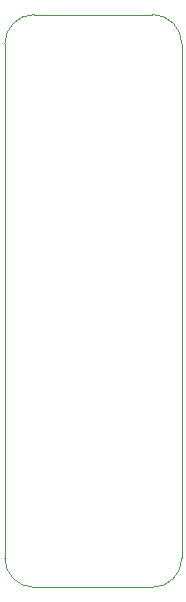
<source format=gbr>
%TF.GenerationSoftware,KiCad,Pcbnew,9.0.0*%
%TF.CreationDate,2025-03-24T16:00:58-05:00*%
%TF.ProjectId,DIIN-proyecto,4449494e-2d70-4726-9f79-6563746f2e6b,rev?*%
%TF.SameCoordinates,Original*%
%TF.FileFunction,Profile,NP*%
%FSLAX46Y46*%
G04 Gerber Fmt 4.6, Leading zero omitted, Abs format (unit mm)*
G04 Created by KiCad (PCBNEW 9.0.0) date 2025-03-24 16:00:58*
%MOMM*%
%LPD*%
G01*
G04 APERTURE LIST*
%TA.AperFunction,Profile*%
%ADD10C,0.050000*%
%TD*%
G04 APERTURE END LIST*
D10*
X112000000Y-53500000D02*
X112000000Y-97000000D01*
X99500000Y-51000000D02*
X109500000Y-51000000D01*
X97000000Y-97000000D02*
X97000000Y-53500000D01*
X109500000Y-99500000D02*
X99500000Y-99500000D01*
X99500000Y-99500000D02*
G75*
G02*
X97000000Y-97000000I0J2500000D01*
G01*
X112000000Y-97000000D02*
G75*
G02*
X109500000Y-99500000I-2500000J0D01*
G01*
X109500000Y-51000000D02*
G75*
G02*
X112000000Y-53500000I0J-2500000D01*
G01*
X97000000Y-53500000D02*
G75*
G02*
X99500000Y-51000000I2500000J0D01*
G01*
M02*

</source>
